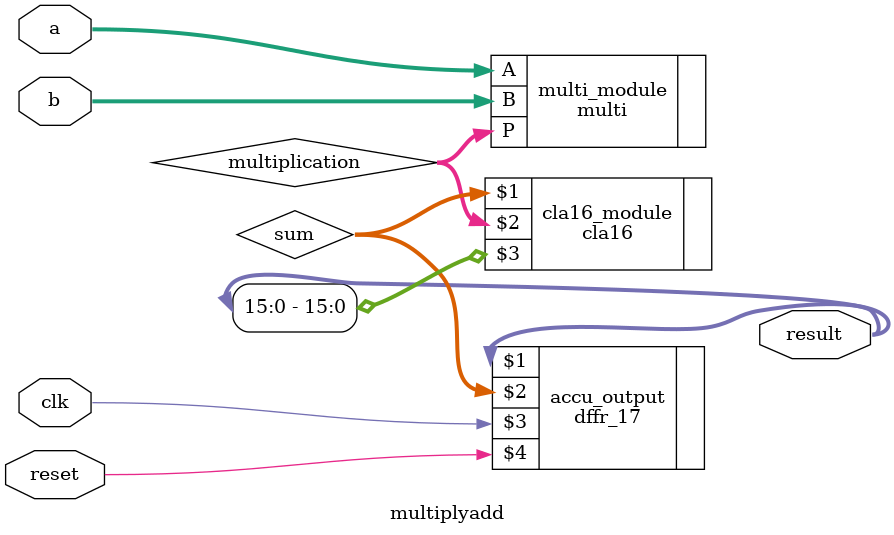
<source format=v>

module multiplyadd(result, a, b, reset, clk);

   output [16:0] result;
   input  [7:0] a;
   input  [7:0] b;
   input  reset;
   input  clk;
   
   wire [15:0] multiplication;
   wire [16:0] sum;

// Custom cell block:
   multi multi_module(.P(multiplication), .A(a), .B(b));

   cla16 cla16_module(sum, multiplication, result[15:0]);

// Output register is 17-bits long to include Carry out in the result.
   dffr_17 accu_output(result, sum, clk, reset);

endmodule

</source>
